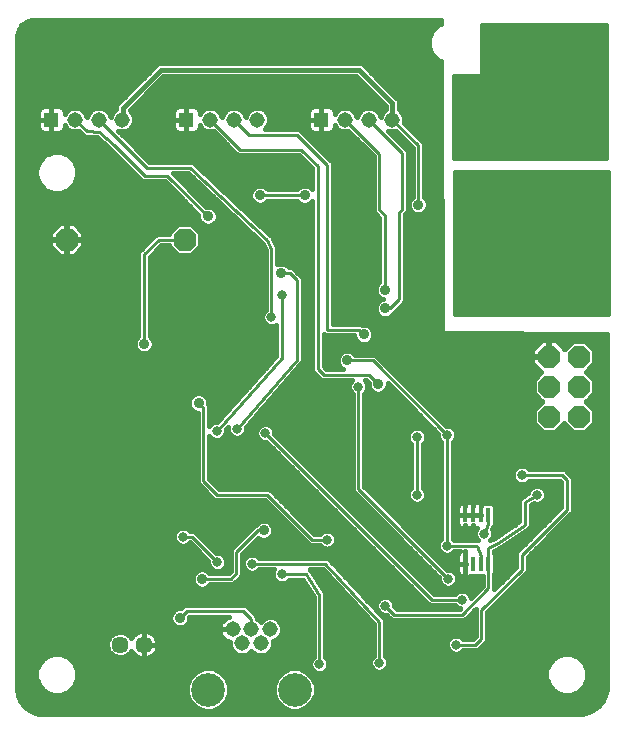
<source format=gbl>
G75*
%MOIN*%
%OFA0B0*%
%FSLAX24Y24*%
%IPPOS*%
%LPD*%
%AMOC8*
5,1,8,0,0,1.08239X$1,22.5*
%
%ADD10C,0.0100*%
%ADD11OC8,0.0760*%
%ADD12OC8,0.0740*%
%ADD13C,0.0515*%
%ADD14C,0.1122*%
%ADD15R,0.0177X0.0512*%
%ADD16R,0.0515X0.0515*%
%ADD17C,0.0570*%
%ADD18C,0.2300*%
%ADD19C,0.0160*%
%ADD20C,0.0317*%
%ADD21C,0.0320*%
%ADD22C,0.0356*%
%ADD23C,0.0157*%
%ADD24C,0.0277*%
D10*
X010924Y008886D02*
X011160Y009122D01*
X013050Y009122D01*
X013318Y008854D01*
X013318Y008508D01*
X012633Y010200D02*
X011687Y010200D01*
X011672Y010185D01*
X012183Y010750D02*
X011333Y011600D01*
X011033Y011600D01*
X012164Y013000D02*
X013833Y013000D01*
X015333Y011500D01*
X015833Y011500D01*
X015783Y010700D02*
X017583Y008750D01*
X017583Y007400D01*
X018083Y009000D02*
X017783Y009300D01*
X018083Y009000D02*
X020333Y009000D01*
X021217Y009884D01*
X021217Y010693D01*
X021217Y011216D01*
X021533Y011400D01*
X022433Y012000D01*
X022433Y012750D01*
X022833Y013000D01*
X022333Y013650D02*
X023683Y013650D01*
X023833Y013500D01*
X023833Y012500D01*
X022333Y011000D01*
X022333Y010500D01*
X020983Y009150D01*
X020983Y008200D01*
X020783Y008000D01*
X020133Y008000D01*
X020333Y009500D02*
X019333Y009500D01*
X013782Y015051D01*
X012833Y015200D02*
X014833Y017500D01*
X014833Y020146D01*
X014597Y020382D01*
X014310Y020382D01*
X013983Y021200D02*
X013983Y018906D01*
X014333Y019663D02*
X014333Y017550D01*
X012155Y015121D01*
X011711Y015894D02*
X011711Y013453D01*
X012164Y013000D01*
X013527Y011804D02*
X013729Y011804D01*
X013527Y011804D02*
X012814Y011091D01*
X012814Y010380D01*
X012633Y010200D01*
X013333Y010700D02*
X015783Y010700D01*
X015133Y010350D02*
X015583Y009650D01*
X015583Y007350D01*
X015133Y010350D02*
X014333Y010350D01*
X016883Y013200D02*
X016883Y016600D01*
X017223Y016996D02*
X017538Y016681D01*
X017223Y016996D02*
X015727Y016996D01*
X015533Y017190D01*
X015533Y023950D01*
X014983Y024500D01*
X012940Y024500D01*
X011940Y025500D01*
X012727Y025500D02*
X013227Y025000D01*
X014833Y025000D01*
X015833Y024000D01*
X015833Y018500D01*
X016900Y018500D01*
X017066Y018335D01*
X017365Y017469D02*
X016514Y017469D01*
X017365Y017469D02*
X019833Y015000D01*
X019833Y011300D01*
X020833Y011300D01*
X020983Y010950D01*
X020983Y010671D01*
X020961Y010693D01*
X021083Y011700D02*
X021217Y012016D01*
X021217Y012307D01*
X018833Y013000D02*
X018833Y014921D01*
X016883Y013200D02*
X019883Y010200D01*
X011711Y015894D02*
X011554Y016051D01*
X009743Y018020D02*
X009743Y021012D01*
X010231Y021500D01*
X011093Y021500D01*
X011869Y022272D02*
X010515Y023625D01*
X009758Y023625D01*
X008740Y024644D01*
X008233Y025100D01*
X007833Y025106D01*
X007440Y025500D01*
X008227Y025500D02*
X008727Y025000D01*
X008833Y024900D01*
X009833Y023900D01*
X011283Y023900D01*
X013833Y021500D01*
X013983Y021200D01*
X013601Y022980D02*
X015097Y022980D01*
X017583Y022500D02*
X017774Y022309D01*
X017774Y019831D01*
X018247Y019516D02*
X017932Y019201D01*
X017774Y019201D01*
X018247Y019516D02*
X018247Y022413D01*
X018333Y022500D01*
X018333Y024394D01*
X017227Y025500D01*
X016440Y025500D02*
X016440Y025494D01*
X017583Y024350D01*
X017583Y022500D01*
X018877Y022665D02*
X018877Y024638D01*
X018014Y025500D01*
X020033Y025496D02*
X025183Y025496D01*
X025183Y025594D02*
X020033Y025594D01*
X020033Y025693D02*
X025183Y025693D01*
X025183Y025791D02*
X020033Y025791D01*
X020033Y025890D02*
X025183Y025890D01*
X025183Y025988D02*
X020033Y025988D01*
X020033Y026087D02*
X025183Y026087D01*
X025183Y026185D02*
X020033Y026185D01*
X020033Y026284D02*
X025183Y026284D01*
X025183Y026382D02*
X020033Y026382D01*
X020033Y026481D02*
X025183Y026481D01*
X025183Y026579D02*
X020033Y026579D01*
X020033Y026678D02*
X025183Y026678D01*
X025183Y026776D02*
X020033Y026776D01*
X020033Y026875D02*
X025183Y026875D01*
X025183Y026973D02*
X020033Y026973D01*
X020033Y027000D02*
X020033Y024200D01*
X025183Y024200D01*
X025183Y028700D01*
X020983Y028700D01*
X020983Y027000D01*
X020033Y027000D01*
X020983Y027072D02*
X025183Y027072D01*
X025183Y027170D02*
X020983Y027170D01*
X020983Y027269D02*
X025183Y027269D01*
X025183Y027367D02*
X020983Y027367D01*
X020983Y027466D02*
X025183Y027466D01*
X025183Y027564D02*
X020983Y027564D01*
X020983Y027663D02*
X025183Y027663D01*
X025183Y027761D02*
X020983Y027761D01*
X020983Y027860D02*
X025183Y027860D01*
X025183Y027958D02*
X020983Y027958D01*
X020983Y028057D02*
X025183Y028057D01*
X025183Y028155D02*
X020983Y028155D01*
X020983Y028254D02*
X025183Y028254D01*
X025183Y028352D02*
X020983Y028352D01*
X020983Y028451D02*
X025183Y028451D01*
X025183Y028549D02*
X020983Y028549D01*
X020983Y028648D02*
X025183Y028648D01*
X025183Y025397D02*
X020033Y025397D01*
X020033Y025299D02*
X025183Y025299D01*
X025183Y025200D02*
X020033Y025200D01*
X020033Y025102D02*
X025183Y025102D01*
X025183Y025003D02*
X020033Y025003D01*
X020033Y024905D02*
X025183Y024905D01*
X025183Y024806D02*
X020033Y024806D01*
X020033Y024708D02*
X025183Y024708D01*
X025183Y024609D02*
X020033Y024609D01*
X020033Y024511D02*
X025183Y024511D01*
X025183Y024412D02*
X020033Y024412D01*
X020033Y024314D02*
X025183Y024314D01*
X025183Y024215D02*
X020033Y024215D01*
X020083Y023800D02*
X020083Y019000D01*
X025233Y019000D01*
X025233Y023800D01*
X020083Y023800D01*
X020083Y023723D02*
X025233Y023723D01*
X025233Y023624D02*
X020083Y023624D01*
X020083Y023526D02*
X025233Y023526D01*
X025233Y023427D02*
X020083Y023427D01*
X020083Y023329D02*
X025233Y023329D01*
X025233Y023230D02*
X020083Y023230D01*
X020083Y023132D02*
X025233Y023132D01*
X025233Y023033D02*
X020083Y023033D01*
X020083Y022935D02*
X025233Y022935D01*
X025233Y022836D02*
X020083Y022836D01*
X020083Y022738D02*
X025233Y022738D01*
X025233Y022639D02*
X020083Y022639D01*
X020083Y022541D02*
X025233Y022541D01*
X025233Y022442D02*
X020083Y022442D01*
X020083Y022344D02*
X025233Y022344D01*
X025233Y022245D02*
X020083Y022245D01*
X020083Y022147D02*
X025233Y022147D01*
X025233Y022048D02*
X020083Y022048D01*
X020083Y021950D02*
X025233Y021950D01*
X025233Y021851D02*
X020083Y021851D01*
X020083Y021753D02*
X025233Y021753D01*
X025233Y021654D02*
X020083Y021654D01*
X020083Y021556D02*
X025233Y021556D01*
X025233Y021457D02*
X020083Y021457D01*
X020083Y021359D02*
X025233Y021359D01*
X025233Y021260D02*
X020083Y021260D01*
X020083Y021162D02*
X025233Y021162D01*
X025233Y021063D02*
X020083Y021063D01*
X020083Y020965D02*
X025233Y020965D01*
X025233Y020866D02*
X020083Y020866D01*
X020083Y020768D02*
X025233Y020768D01*
X025233Y020669D02*
X020083Y020669D01*
X020083Y020571D02*
X025233Y020571D01*
X025233Y020472D02*
X020083Y020472D01*
X020083Y020374D02*
X025233Y020374D01*
X025233Y020275D02*
X020083Y020275D01*
X020083Y020177D02*
X025233Y020177D01*
X025233Y020078D02*
X020083Y020078D01*
X020083Y019980D02*
X025233Y019980D01*
X025233Y019881D02*
X020083Y019881D01*
X020083Y019783D02*
X025233Y019783D01*
X025233Y019684D02*
X020083Y019684D01*
X020083Y019586D02*
X025233Y019586D01*
X025233Y019487D02*
X020083Y019487D01*
X020083Y019389D02*
X025233Y019389D01*
X025233Y019290D02*
X020083Y019290D01*
X020083Y019192D02*
X025233Y019192D01*
X025233Y019093D02*
X020083Y019093D01*
D11*
X011093Y021500D03*
X007156Y021500D03*
D12*
X023233Y017600D03*
X023233Y016600D03*
X023233Y015600D03*
X024233Y015600D03*
X024233Y016600D03*
X024233Y017600D03*
D13*
X018014Y025500D03*
X017227Y025500D03*
X016440Y025500D03*
X013514Y025500D03*
X012727Y025500D03*
X011940Y025500D03*
X009014Y025500D03*
X008227Y025500D03*
X007440Y025500D03*
X012688Y008508D03*
X013003Y008035D03*
X013318Y008508D03*
X013633Y008035D03*
X013948Y008508D03*
D14*
X014755Y006500D03*
X011881Y006500D03*
D15*
X020449Y010693D03*
X020705Y010693D03*
X020961Y010693D03*
X021217Y010693D03*
X021217Y012307D03*
X020961Y012307D03*
X020705Y012307D03*
X020449Y012307D03*
D16*
X015652Y025500D03*
X011152Y025500D03*
X006652Y025500D03*
D17*
X008940Y008000D03*
X009727Y008000D03*
D18*
X023333Y021000D03*
X023333Y027000D03*
D19*
X005961Y005769D02*
X005754Y005920D01*
X005603Y006128D01*
X005523Y006372D01*
X005513Y006500D01*
X005513Y028292D01*
X005520Y028374D01*
X005570Y028530D01*
X005667Y028662D01*
X005800Y028759D01*
X005956Y028810D01*
X006038Y028816D01*
X019624Y028816D01*
X019625Y028684D01*
X019527Y028643D01*
X019336Y028452D01*
X019232Y028202D01*
X019232Y027932D01*
X019336Y027682D01*
X019527Y027490D01*
X019631Y027448D01*
X019673Y018379D01*
X025173Y018351D01*
X025173Y006636D01*
X025162Y006486D01*
X025069Y006202D01*
X024893Y005960D01*
X024651Y005784D01*
X024367Y005692D01*
X024217Y005680D01*
X006333Y005680D01*
X006205Y005690D01*
X005961Y005769D01*
X005896Y005817D02*
X011698Y005817D01*
X011741Y005799D02*
X011483Y005906D01*
X011286Y006103D01*
X011180Y006361D01*
X011180Y006639D01*
X011286Y006897D01*
X011483Y007094D01*
X011741Y007201D01*
X012020Y007201D01*
X012278Y007094D01*
X012475Y006897D01*
X012582Y006639D01*
X012582Y006361D01*
X012475Y006103D01*
X012278Y005906D01*
X012020Y005799D01*
X011741Y005799D01*
X012064Y005817D02*
X014572Y005817D01*
X014615Y005799D02*
X014357Y005906D01*
X014160Y006103D01*
X014054Y006361D01*
X014054Y006639D01*
X014160Y006897D01*
X014357Y007094D01*
X014615Y007201D01*
X014894Y007201D01*
X015152Y007094D01*
X015349Y006897D01*
X015456Y006639D01*
X015456Y006361D01*
X015349Y006103D01*
X015152Y005906D01*
X014894Y005799D01*
X014615Y005799D01*
X014938Y005817D02*
X024697Y005817D01*
X024905Y005976D02*
X015221Y005976D01*
X015362Y006134D02*
X025020Y006134D01*
X025099Y006293D02*
X015427Y006293D01*
X015456Y006451D02*
X023421Y006451D01*
X023448Y006424D02*
X023698Y006320D01*
X023969Y006320D01*
X024219Y006424D01*
X024410Y006615D01*
X024513Y006865D01*
X024513Y007135D01*
X024410Y007385D01*
X024219Y007576D01*
X023969Y007680D01*
X023698Y007680D01*
X023448Y007576D01*
X023257Y007385D01*
X023153Y007135D01*
X023153Y006865D01*
X023257Y006615D01*
X023448Y006424D01*
X023262Y006610D02*
X015456Y006610D01*
X015402Y006768D02*
X023193Y006768D01*
X023153Y006927D02*
X015319Y006927D01*
X015413Y007096D02*
X015524Y007050D01*
X015643Y007050D01*
X015753Y007096D01*
X015838Y007180D01*
X015883Y007290D01*
X015883Y007410D01*
X015838Y007520D01*
X015773Y007584D01*
X015773Y009630D01*
X015786Y009687D01*
X015773Y009706D01*
X015773Y009729D01*
X015732Y009770D01*
X015323Y010406D01*
X015323Y010429D01*
X015282Y010470D01*
X015256Y010510D01*
X015700Y010510D01*
X017393Y008676D01*
X017393Y007634D01*
X017329Y007570D01*
X017283Y007460D01*
X017283Y007340D01*
X017329Y007230D01*
X017413Y007146D01*
X017524Y007100D01*
X017643Y007100D01*
X017753Y007146D01*
X017838Y007230D01*
X017883Y007340D01*
X017883Y007460D01*
X017838Y007570D01*
X017773Y007634D01*
X017773Y008746D01*
X017776Y008821D01*
X017773Y008824D01*
X017773Y008829D01*
X017720Y008882D01*
X015973Y010774D01*
X015973Y010779D01*
X015920Y010832D01*
X015870Y010887D01*
X015865Y010887D01*
X015862Y010890D01*
X015787Y010890D01*
X015712Y010893D01*
X015709Y010890D01*
X013568Y010890D01*
X013503Y010954D01*
X013393Y011000D01*
X013274Y011000D01*
X013163Y010954D01*
X013079Y010870D01*
X013033Y010760D01*
X013033Y010640D01*
X013079Y010530D01*
X013163Y010446D01*
X013274Y010400D01*
X013393Y010400D01*
X013503Y010446D01*
X013568Y010510D01*
X014075Y010510D01*
X014033Y010410D01*
X014033Y010290D01*
X014079Y010180D01*
X014163Y010096D01*
X014274Y010050D01*
X014393Y010050D01*
X014503Y010096D01*
X014568Y010160D01*
X015030Y010160D01*
X015393Y009594D01*
X015393Y007584D01*
X015329Y007520D01*
X015283Y007410D01*
X015283Y007290D01*
X015329Y007180D01*
X015413Y007096D01*
X015439Y007085D02*
X015161Y007085D01*
X015303Y007244D02*
X007468Y007244D01*
X007513Y007135D02*
X007410Y007385D01*
X007219Y007576D01*
X006969Y007680D01*
X006698Y007680D01*
X006448Y007576D01*
X006257Y007385D01*
X006153Y007135D01*
X006153Y006865D01*
X006257Y006615D01*
X006448Y006424D01*
X006698Y006320D01*
X006969Y006320D01*
X007219Y006424D01*
X007410Y006615D01*
X007513Y006865D01*
X007513Y007135D01*
X007513Y007085D02*
X011474Y007085D01*
X011316Y006927D02*
X007513Y006927D01*
X007473Y006768D02*
X011233Y006768D01*
X011180Y006610D02*
X007404Y006610D01*
X007246Y006451D02*
X011180Y006451D01*
X011208Y006293D02*
X005549Y006293D01*
X005517Y006451D02*
X006421Y006451D01*
X006262Y006610D02*
X005513Y006610D01*
X005513Y006768D02*
X006193Y006768D01*
X006153Y006927D02*
X005513Y006927D01*
X005513Y007085D02*
X006153Y007085D01*
X006198Y007244D02*
X005513Y007244D01*
X005513Y007402D02*
X006274Y007402D01*
X006432Y007561D02*
X005513Y007561D01*
X005513Y007719D02*
X008620Y007719D01*
X008579Y007759D02*
X008699Y007640D01*
X008855Y007575D01*
X009024Y007575D01*
X009180Y007640D01*
X009300Y007759D01*
X009312Y007789D01*
X009329Y007756D01*
X009372Y007697D01*
X009424Y007645D01*
X009483Y007602D01*
X009549Y007569D01*
X009618Y007546D01*
X009690Y007535D01*
X009727Y007535D01*
X009727Y008000D01*
X009727Y008000D01*
X009727Y008465D01*
X009690Y008465D01*
X009618Y008454D01*
X009549Y008431D01*
X009483Y008398D01*
X009424Y008355D01*
X009372Y008303D01*
X009329Y008244D01*
X009312Y008211D01*
X009300Y008241D01*
X009180Y008360D01*
X009024Y008425D01*
X008855Y008425D01*
X008699Y008360D01*
X008579Y008241D01*
X008515Y008085D01*
X008515Y007915D01*
X008579Y007759D01*
X008530Y007878D02*
X005513Y007878D01*
X005513Y008036D02*
X008515Y008036D01*
X008560Y008195D02*
X005513Y008195D01*
X005513Y008353D02*
X008692Y008353D01*
X009188Y008353D02*
X009422Y008353D01*
X009727Y008353D02*
X009727Y008353D01*
X009727Y008465D02*
X009727Y008000D01*
X009727Y008000D01*
X009727Y007535D01*
X009764Y007535D01*
X009836Y007546D01*
X009906Y007569D01*
X009971Y007602D01*
X010030Y007645D01*
X010082Y007697D01*
X010125Y007756D01*
X010158Y007822D01*
X010181Y007891D01*
X010192Y007963D01*
X010192Y008000D01*
X010192Y008037D01*
X010181Y008109D01*
X010158Y008178D01*
X010125Y008244D01*
X010082Y008303D01*
X010030Y008355D01*
X009971Y008398D01*
X009906Y008431D01*
X009836Y008454D01*
X009764Y008465D01*
X009727Y008465D01*
X009727Y008195D02*
X009727Y008195D01*
X009727Y008036D02*
X009727Y008036D01*
X009727Y008000D02*
X010192Y008000D01*
X009727Y008000D01*
X009727Y008000D01*
X009727Y007878D02*
X009727Y007878D01*
X009727Y007719D02*
X009727Y007719D01*
X009727Y007561D02*
X009727Y007561D01*
X009575Y007561D02*
X007234Y007561D01*
X007393Y007402D02*
X015283Y007402D01*
X015370Y007561D02*
X009879Y007561D01*
X010098Y007719D02*
X012757Y007719D01*
X012777Y007698D02*
X012924Y007638D01*
X013082Y007638D01*
X013228Y007698D01*
X013318Y007788D01*
X013407Y007698D01*
X013553Y007638D01*
X013712Y007638D01*
X013858Y007698D01*
X013970Y007810D01*
X014030Y007956D01*
X014030Y008112D01*
X014173Y008171D01*
X014284Y008283D01*
X014345Y008429D01*
X014345Y008587D01*
X014284Y008733D01*
X014173Y008845D01*
X014027Y008905D01*
X013868Y008905D01*
X013722Y008845D01*
X013633Y008755D01*
X013543Y008845D01*
X013508Y008859D01*
X013508Y008933D01*
X013396Y009044D01*
X013129Y009312D01*
X011081Y009312D01*
X010973Y009204D01*
X010861Y009204D01*
X010744Y009156D01*
X010654Y009066D01*
X010606Y008949D01*
X010606Y008823D01*
X010654Y008706D01*
X010744Y008616D01*
X010861Y008568D01*
X010987Y008568D01*
X011104Y008616D01*
X011194Y008706D01*
X011242Y008823D01*
X011242Y008932D01*
X012577Y008932D01*
X012520Y008913D01*
X012458Y008882D01*
X012403Y008842D01*
X012354Y008793D01*
X012313Y008737D01*
X012282Y008676D01*
X012261Y008610D01*
X012250Y008542D01*
X012250Y008508D01*
X012688Y008508D01*
X012688Y008508D01*
X012250Y008508D01*
X012250Y008473D01*
X012261Y008405D01*
X012282Y008340D01*
X012313Y008279D01*
X012354Y008223D01*
X012403Y008174D01*
X012458Y008134D01*
X012520Y008102D01*
X012585Y008081D01*
X012605Y008078D01*
X012605Y007956D01*
X012666Y007810D01*
X012777Y007698D01*
X012638Y007878D02*
X010176Y007878D01*
X010192Y008036D02*
X012605Y008036D01*
X012382Y008195D02*
X010150Y008195D01*
X010032Y008353D02*
X012278Y008353D01*
X012250Y008512D02*
X005513Y008512D01*
X005513Y008670D02*
X010690Y008670D01*
X010606Y008829D02*
X005513Y008829D01*
X005513Y008987D02*
X010621Y008987D01*
X010734Y009146D02*
X005513Y009146D01*
X005513Y009304D02*
X011073Y009304D01*
X011242Y008829D02*
X012390Y008829D01*
X012280Y008670D02*
X011158Y008670D01*
X011609Y009867D02*
X011735Y009867D01*
X011852Y009915D01*
X011942Y010005D01*
X011944Y010010D01*
X012712Y010010D01*
X012892Y010190D01*
X013004Y010302D01*
X013004Y011012D01*
X013538Y011546D01*
X013549Y011535D01*
X013666Y011486D01*
X013792Y011486D01*
X013909Y011535D01*
X013999Y011624D01*
X014047Y011741D01*
X014047Y011868D01*
X013999Y011985D01*
X013909Y012074D01*
X013792Y012122D01*
X013666Y012122D01*
X013549Y012074D01*
X013469Y011994D01*
X013449Y011994D01*
X013337Y011883D01*
X012624Y011169D01*
X012624Y010459D01*
X012555Y010390D01*
X011917Y010390D01*
X011852Y010455D01*
X011735Y010503D01*
X011609Y010503D01*
X011492Y010455D01*
X011402Y010365D01*
X011354Y010248D01*
X011354Y010122D01*
X011402Y010005D01*
X011492Y009915D01*
X011609Y009867D01*
X011469Y009938D02*
X005513Y009938D01*
X005513Y009780D02*
X015274Y009780D01*
X015172Y009938D02*
X011875Y009938D01*
X011893Y010414D02*
X012578Y010414D01*
X012624Y010572D02*
X012430Y010572D01*
X012438Y010580D02*
X012483Y010690D01*
X012483Y010810D01*
X012438Y010920D01*
X012353Y011004D01*
X012243Y011050D01*
X012152Y011050D01*
X011412Y011790D01*
X011268Y011790D01*
X011203Y011854D01*
X011093Y011900D01*
X010974Y011900D01*
X010863Y011854D01*
X010779Y011770D01*
X010733Y011660D01*
X010733Y011540D01*
X010779Y011430D01*
X010863Y011346D01*
X010974Y011300D01*
X011093Y011300D01*
X011203Y011346D01*
X011261Y011404D01*
X011883Y010781D01*
X011883Y010690D01*
X011929Y010580D01*
X012013Y010496D01*
X012124Y010450D01*
X012243Y010450D01*
X012353Y010496D01*
X012438Y010580D01*
X012483Y010731D02*
X012624Y010731D01*
X012624Y010889D02*
X012450Y010889D01*
X012624Y011048D02*
X012249Y011048D01*
X011996Y011206D02*
X012660Y011206D01*
X012819Y011365D02*
X011838Y011365D01*
X011679Y011523D02*
X012977Y011523D01*
X013136Y011682D02*
X011521Y011682D01*
X011218Y011840D02*
X013294Y011840D01*
X013473Y011999D02*
X005513Y011999D01*
X005513Y012157D02*
X014408Y012157D01*
X014566Y011999D02*
X013985Y011999D01*
X014047Y011840D02*
X014725Y011840D01*
X014883Y011682D02*
X014022Y011682D01*
X013881Y011523D02*
X015042Y011523D01*
X015200Y011365D02*
X013356Y011365D01*
X013515Y011523D02*
X013577Y011523D01*
X013198Y011206D02*
X015759Y011206D01*
X015774Y011200D02*
X015893Y011200D01*
X016003Y011246D01*
X016088Y011330D01*
X016133Y011440D01*
X016133Y011560D01*
X016088Y011670D01*
X016003Y011754D01*
X015893Y011800D01*
X015774Y011800D01*
X015663Y011754D01*
X015599Y011690D01*
X015412Y011690D01*
X014023Y013079D01*
X013912Y013190D01*
X012243Y013190D01*
X011901Y013531D01*
X011901Y014950D01*
X011985Y014867D01*
X012095Y014821D01*
X012214Y014821D01*
X012325Y014867D01*
X012409Y014951D01*
X012455Y015062D01*
X012455Y015171D01*
X012533Y015259D01*
X012533Y015140D01*
X012579Y015030D01*
X012663Y014946D01*
X012774Y014900D01*
X012893Y014900D01*
X013003Y014946D01*
X013088Y015030D01*
X013133Y015140D01*
X013133Y015255D01*
X014972Y017370D01*
X015023Y017421D01*
X015023Y017429D01*
X015028Y017435D01*
X015023Y017507D01*
X015023Y020224D01*
X014676Y020572D01*
X014570Y020572D01*
X014490Y020652D01*
X014373Y020700D01*
X014246Y020700D01*
X014173Y020670D01*
X014173Y021169D01*
X014188Y021215D01*
X014173Y021245D01*
X014173Y021279D01*
X014139Y021313D01*
X014022Y021548D01*
X014021Y021584D01*
X013988Y021615D01*
X013968Y021655D01*
X013933Y021667D01*
X015343Y021667D01*
X015343Y021509D02*
X014041Y021509D01*
X014121Y021350D02*
X015343Y021350D01*
X015343Y021192D02*
X014181Y021192D01*
X014173Y021033D02*
X015343Y021033D01*
X015343Y020875D02*
X014173Y020875D01*
X014173Y020716D02*
X015343Y020716D01*
X015343Y020558D02*
X014690Y020558D01*
X014849Y020399D02*
X015343Y020399D01*
X015343Y020241D02*
X015007Y020241D01*
X015023Y020082D02*
X015343Y020082D01*
X015343Y019924D02*
X015023Y019924D01*
X015023Y019765D02*
X015343Y019765D01*
X015343Y019607D02*
X015023Y019607D01*
X015023Y019448D02*
X015343Y019448D01*
X015343Y019290D02*
X015023Y019290D01*
X015023Y019131D02*
X015343Y019131D01*
X015343Y018973D02*
X015023Y018973D01*
X015023Y018814D02*
X015343Y018814D01*
X015343Y018656D02*
X015023Y018656D01*
X015023Y018497D02*
X015343Y018497D01*
X015343Y018339D02*
X015023Y018339D01*
X015023Y018180D02*
X015343Y018180D01*
X015343Y018022D02*
X015023Y018022D01*
X015023Y017863D02*
X015343Y017863D01*
X015343Y017705D02*
X015023Y017705D01*
X015023Y017546D02*
X015343Y017546D01*
X015343Y017388D02*
X014990Y017388D01*
X014849Y017229D02*
X015343Y017229D01*
X015343Y017111D02*
X015537Y016917D01*
X015648Y016806D01*
X016665Y016806D01*
X016629Y016770D01*
X016583Y016660D01*
X016583Y016540D01*
X016629Y016430D01*
X016693Y016366D01*
X016693Y013121D01*
X016805Y013010D01*
X019583Y010231D01*
X019583Y010140D01*
X019629Y010030D01*
X019713Y009946D01*
X019824Y009900D01*
X019943Y009900D01*
X020053Y009946D01*
X020138Y010030D01*
X020183Y010140D01*
X020183Y010260D01*
X020138Y010370D01*
X020053Y010454D01*
X019943Y010500D01*
X019852Y010500D01*
X017073Y013279D01*
X017073Y016366D01*
X017138Y016430D01*
X017183Y016540D01*
X017183Y016660D01*
X017138Y016770D01*
X017102Y016806D01*
X017144Y016806D01*
X017220Y016731D01*
X017220Y016618D01*
X017268Y016501D01*
X017358Y016411D01*
X017475Y016363D01*
X017601Y016363D01*
X017718Y016411D01*
X017808Y016501D01*
X017856Y016618D01*
X017856Y016708D01*
X019533Y015031D01*
X019533Y014940D01*
X019579Y014830D01*
X019643Y014766D01*
X019643Y011534D01*
X019579Y011470D01*
X019533Y011360D01*
X019533Y011240D01*
X019579Y011130D01*
X019663Y011046D01*
X019774Y011000D01*
X019893Y011000D01*
X020003Y011046D01*
X020068Y011110D01*
X020280Y011110D01*
X020250Y011093D01*
X020217Y011059D01*
X020193Y011018D01*
X020181Y010973D01*
X020181Y010693D01*
X020449Y010693D01*
X020449Y010693D01*
X020181Y010693D01*
X020181Y010413D01*
X020193Y010368D01*
X020217Y010326D01*
X020250Y010293D01*
X020291Y010269D01*
X020337Y010257D01*
X020449Y010257D01*
X020449Y010693D01*
X020449Y011110D01*
X020449Y011110D01*
X020449Y010693D01*
X020449Y010693D01*
X020449Y010693D01*
X020449Y010257D01*
X020562Y010257D01*
X020608Y010269D01*
X020649Y010293D01*
X020653Y010297D01*
X021027Y010297D01*
X021027Y009963D01*
X020631Y009566D01*
X020588Y009670D01*
X020503Y009754D01*
X020393Y009800D01*
X020274Y009800D01*
X020163Y009754D01*
X020099Y009690D01*
X019412Y009690D01*
X014082Y015020D01*
X014082Y015111D01*
X014036Y015221D01*
X013952Y015306D01*
X013842Y015351D01*
X013722Y015351D01*
X013612Y015306D01*
X013528Y015221D01*
X013482Y015111D01*
X013482Y014992D01*
X013528Y014881D01*
X013612Y014797D01*
X013722Y014751D01*
X013813Y014751D01*
X019143Y009421D01*
X019255Y009310D01*
X020099Y009310D01*
X020163Y009246D01*
X020267Y009203D01*
X020255Y009190D01*
X018162Y009190D01*
X018083Y009269D01*
X018083Y009360D01*
X018038Y009470D01*
X017953Y009554D01*
X017843Y009600D01*
X017724Y009600D01*
X017613Y009554D01*
X017529Y009470D01*
X017483Y009360D01*
X017483Y009240D01*
X017529Y009130D01*
X017613Y009046D01*
X017724Y009000D01*
X017815Y009000D01*
X018005Y008810D01*
X020412Y008810D01*
X020523Y008921D01*
X020793Y009191D01*
X020793Y008279D01*
X020705Y008190D01*
X020368Y008190D01*
X020303Y008254D01*
X020193Y008300D01*
X020074Y008300D01*
X019963Y008254D01*
X019879Y008170D01*
X019833Y008060D01*
X019833Y007940D01*
X019879Y007830D01*
X019963Y007746D01*
X020074Y007700D01*
X020193Y007700D01*
X020303Y007746D01*
X020368Y007810D01*
X020862Y007810D01*
X021062Y008010D01*
X021173Y008121D01*
X021173Y009071D01*
X022412Y010310D01*
X022523Y010421D01*
X022523Y010921D01*
X023912Y012310D01*
X024023Y012421D01*
X024023Y013579D01*
X023873Y013729D01*
X023762Y013840D01*
X022568Y013840D01*
X022503Y013904D01*
X022393Y013950D01*
X022274Y013950D01*
X022163Y013904D01*
X022079Y013820D01*
X022033Y013710D01*
X022033Y013590D01*
X022079Y013480D01*
X022163Y013396D01*
X022274Y013350D01*
X022393Y013350D01*
X022503Y013396D01*
X022568Y013460D01*
X023605Y013460D01*
X023643Y013421D01*
X023643Y012579D01*
X022143Y011079D01*
X022143Y010579D01*
X021407Y009843D01*
X021407Y010340D01*
X021446Y010379D01*
X021446Y011007D01*
X021407Y011045D01*
X021407Y011107D01*
X021567Y011200D01*
X021573Y011198D01*
X021634Y011239D01*
X021697Y011275D01*
X021699Y011282D01*
X022491Y011810D01*
X022512Y011810D01*
X022554Y011852D01*
X022604Y011886D01*
X022608Y011906D01*
X022623Y011921D01*
X022623Y011981D01*
X022635Y012040D01*
X022623Y012058D01*
X022623Y012645D01*
X022736Y012715D01*
X022774Y012700D01*
X022893Y012700D01*
X023003Y012746D01*
X023088Y012830D01*
X023133Y012940D01*
X023133Y013060D01*
X023088Y013170D01*
X023003Y013254D01*
X022893Y013300D01*
X022774Y013300D01*
X022663Y013254D01*
X022579Y013170D01*
X022533Y013060D01*
X022533Y013037D01*
X022379Y012940D01*
X022355Y012940D01*
X022314Y012900D01*
X022266Y012869D01*
X022260Y012846D01*
X022243Y012829D01*
X022243Y012772D01*
X022231Y012716D01*
X022243Y012696D01*
X022243Y012102D01*
X021433Y011561D01*
X021280Y011473D01*
X021338Y011530D01*
X021383Y011640D01*
X021383Y011760D01*
X021350Y011841D01*
X021378Y011908D01*
X021407Y011937D01*
X021407Y011955D01*
X021446Y011993D01*
X021446Y012621D01*
X021364Y012703D01*
X021164Y012703D01*
X021160Y012707D01*
X021119Y012731D01*
X021074Y012743D01*
X020961Y012743D01*
X020849Y012743D01*
X020833Y012739D01*
X020818Y012743D01*
X020705Y012743D01*
X020593Y012743D01*
X020577Y012739D01*
X020562Y012743D01*
X020449Y012743D01*
X020337Y012743D01*
X020291Y012731D01*
X020250Y012707D01*
X020217Y012674D01*
X020193Y012632D01*
X020181Y012587D01*
X020181Y012307D01*
X020181Y012027D01*
X020193Y011982D01*
X020217Y011941D01*
X020250Y011907D01*
X020291Y011883D01*
X020337Y011871D01*
X020449Y011871D01*
X020449Y011981D01*
X020449Y011981D01*
X020449Y011871D01*
X020562Y011871D01*
X020577Y011875D01*
X020593Y011871D01*
X020705Y011871D01*
X020705Y011981D01*
X020705Y011981D01*
X020705Y011981D01*
X020705Y011871D01*
X020818Y011871D01*
X020833Y011875D01*
X020834Y011875D01*
X020829Y011870D01*
X020783Y011760D01*
X020783Y011640D01*
X020829Y011530D01*
X020869Y011491D01*
X020831Y011506D01*
X020794Y011490D01*
X020068Y011490D01*
X020023Y011534D01*
X020023Y014766D01*
X020088Y014830D01*
X020133Y014940D01*
X020133Y015060D01*
X020088Y015170D01*
X020003Y015254D01*
X019893Y015300D01*
X019802Y015300D01*
X017444Y017659D01*
X016774Y017659D01*
X016695Y017738D01*
X016578Y017787D01*
X016451Y017787D01*
X016334Y017738D01*
X016245Y017649D01*
X016196Y017532D01*
X016196Y017405D01*
X016245Y017288D01*
X016334Y017199D01*
X016365Y017186D01*
X015806Y017186D01*
X015723Y017268D01*
X015723Y018341D01*
X015755Y018310D01*
X016748Y018310D01*
X016748Y018271D01*
X016796Y018154D01*
X016885Y018065D01*
X017002Y018017D01*
X017129Y018017D01*
X017246Y018065D01*
X017335Y018154D01*
X017384Y018271D01*
X017384Y018398D01*
X017335Y018515D01*
X017246Y018604D01*
X017129Y018653D01*
X017016Y018653D01*
X016979Y018690D01*
X016023Y018690D01*
X016023Y024079D01*
X015912Y024190D01*
X014912Y025190D01*
X013767Y025190D01*
X013851Y025275D01*
X013912Y025421D01*
X013912Y025579D01*
X013851Y025725D01*
X013740Y025837D01*
X013593Y025897D01*
X013435Y025897D01*
X013289Y025837D01*
X013177Y025725D01*
X013121Y025588D01*
X013064Y025725D01*
X012952Y025837D01*
X012806Y025897D01*
X012648Y025897D01*
X012502Y025837D01*
X012390Y025725D01*
X012333Y025588D01*
X012277Y025725D01*
X012165Y025837D01*
X012019Y025897D01*
X011861Y025897D01*
X011714Y025837D01*
X011603Y025725D01*
X011590Y025694D01*
X011590Y025781D01*
X011577Y025827D01*
X011554Y025868D01*
X011520Y025902D01*
X011479Y025925D01*
X011433Y025937D01*
X011152Y025937D01*
X010871Y025937D01*
X010825Y025925D01*
X010784Y025902D01*
X010751Y025868D01*
X010727Y025827D01*
X010715Y025781D01*
X010715Y025500D01*
X010715Y025219D01*
X010727Y025173D01*
X010751Y025132D01*
X010784Y025098D01*
X010825Y025075D01*
X010871Y025063D01*
X011152Y025063D01*
X011152Y025500D01*
X010715Y025500D01*
X011152Y025500D01*
X011152Y025500D01*
X011152Y025500D01*
X011152Y025937D01*
X011152Y025500D01*
X011152Y025500D01*
X011152Y025063D01*
X011433Y025063D01*
X011479Y025075D01*
X011520Y025098D01*
X011554Y025132D01*
X011577Y025173D01*
X011590Y025219D01*
X011590Y025306D01*
X011603Y025275D01*
X011714Y025163D01*
X011861Y025103D01*
X012019Y025103D01*
X012054Y025117D01*
X012750Y024421D01*
X012861Y024310D01*
X014905Y024310D01*
X015343Y023871D01*
X015343Y023184D01*
X015277Y023250D01*
X015160Y023298D01*
X015034Y023298D01*
X014917Y023250D01*
X014837Y023170D01*
X013861Y023170D01*
X013781Y023250D01*
X013664Y023298D01*
X013538Y023298D01*
X013421Y023250D01*
X013331Y023161D01*
X013283Y023044D01*
X013283Y022917D01*
X013331Y022800D01*
X013421Y022711D01*
X013538Y022662D01*
X013664Y022662D01*
X013781Y022711D01*
X013861Y022790D01*
X014837Y022790D01*
X014917Y022711D01*
X015034Y022662D01*
X015160Y022662D01*
X015277Y022711D01*
X015343Y022777D01*
X015343Y017111D01*
X015384Y017071D02*
X014712Y017071D01*
X014574Y016912D02*
X015542Y016912D01*
X015763Y017229D02*
X016304Y017229D01*
X016204Y017388D02*
X015723Y017388D01*
X015723Y017546D02*
X016202Y017546D01*
X016301Y017705D02*
X015723Y017705D01*
X015723Y017863D02*
X022719Y017863D01*
X022683Y017828D02*
X022683Y017620D01*
X023213Y017620D01*
X023213Y017580D01*
X022683Y017580D01*
X022683Y017372D01*
X022984Y017072D01*
X022723Y016811D01*
X022723Y016389D01*
X023012Y016100D01*
X022723Y015811D01*
X022723Y015389D01*
X023022Y015090D01*
X023445Y015090D01*
X023733Y015379D01*
X024022Y015090D01*
X024445Y015090D01*
X024743Y015389D01*
X024743Y015811D01*
X024455Y016100D01*
X024743Y016389D01*
X024743Y016811D01*
X024455Y017100D01*
X024743Y017389D01*
X024743Y017811D01*
X024445Y018110D01*
X024022Y018110D01*
X023762Y017850D01*
X023461Y018150D01*
X023253Y018150D01*
X023253Y017620D01*
X023213Y017620D01*
X023213Y018150D01*
X023006Y018150D01*
X022683Y017828D01*
X022683Y017705D02*
X016728Y017705D01*
X016990Y018022D02*
X015723Y018022D01*
X015723Y018180D02*
X016785Y018180D01*
X017141Y018022D02*
X022877Y018022D01*
X023213Y018022D02*
X023253Y018022D01*
X023253Y017863D02*
X023213Y017863D01*
X023213Y017705D02*
X023253Y017705D01*
X023590Y018022D02*
X023934Y018022D01*
X023775Y017863D02*
X023748Y017863D01*
X024533Y018022D02*
X025173Y018022D01*
X025173Y018180D02*
X017346Y018180D01*
X017384Y018339D02*
X025173Y018339D01*
X025173Y017863D02*
X024692Y017863D01*
X024743Y017705D02*
X025173Y017705D01*
X025173Y017546D02*
X024743Y017546D01*
X024742Y017388D02*
X025173Y017388D01*
X025173Y017229D02*
X024584Y017229D01*
X024484Y017071D02*
X025173Y017071D01*
X025173Y016912D02*
X024643Y016912D01*
X024743Y016754D02*
X025173Y016754D01*
X025173Y016595D02*
X024743Y016595D01*
X024743Y016437D02*
X025173Y016437D01*
X025173Y016278D02*
X024633Y016278D01*
X024474Y016120D02*
X025173Y016120D01*
X025173Y015961D02*
X024594Y015961D01*
X024743Y015803D02*
X025173Y015803D01*
X025173Y015644D02*
X024743Y015644D01*
X024743Y015486D02*
X025173Y015486D01*
X025173Y015327D02*
X024682Y015327D01*
X024523Y015169D02*
X025173Y015169D01*
X025173Y015010D02*
X020133Y015010D01*
X020097Y014852D02*
X025173Y014852D01*
X025173Y014693D02*
X020023Y014693D01*
X020023Y014535D02*
X025173Y014535D01*
X025173Y014376D02*
X020023Y014376D01*
X020023Y014218D02*
X025173Y014218D01*
X025173Y014059D02*
X020023Y014059D01*
X020023Y013901D02*
X022160Y013901D01*
X022047Y013742D02*
X020023Y013742D01*
X020023Y013584D02*
X022036Y013584D01*
X022134Y013425D02*
X020023Y013425D01*
X020023Y013267D02*
X022693Y013267D01*
X022553Y013108D02*
X020023Y013108D01*
X020023Y012950D02*
X022394Y012950D01*
X022243Y012791D02*
X020023Y012791D01*
X020023Y012633D02*
X020193Y012633D01*
X020181Y012474D02*
X020023Y012474D01*
X020023Y012316D02*
X020181Y012316D01*
X020181Y012307D02*
X020449Y012307D01*
X020181Y012307D01*
X020181Y012157D02*
X020023Y012157D01*
X020023Y011999D02*
X020189Y011999D01*
X020023Y011840D02*
X020817Y011840D01*
X020783Y011682D02*
X020023Y011682D01*
X020035Y011523D02*
X020836Y011523D01*
X020449Y011048D02*
X020449Y011048D01*
X020449Y010889D02*
X020449Y010889D01*
X020449Y010731D02*
X020449Y010731D01*
X020449Y010693D02*
X020477Y010693D01*
X020477Y010693D01*
X020449Y010693D01*
X020449Y010693D01*
X020449Y010572D02*
X020449Y010572D01*
X020449Y010414D02*
X020449Y010414D01*
X020181Y010414D02*
X020094Y010414D01*
X020181Y010572D02*
X019780Y010572D01*
X019622Y010731D02*
X020181Y010731D01*
X020181Y010889D02*
X019463Y010889D01*
X019305Y011048D02*
X019662Y011048D01*
X019548Y011206D02*
X019146Y011206D01*
X018988Y011365D02*
X019535Y011365D01*
X019632Y011523D02*
X018829Y011523D01*
X018671Y011682D02*
X019643Y011682D01*
X019643Y011840D02*
X018512Y011840D01*
X018354Y011999D02*
X019643Y011999D01*
X019643Y012157D02*
X018195Y012157D01*
X018037Y012316D02*
X019643Y012316D01*
X019643Y012474D02*
X017878Y012474D01*
X017720Y012633D02*
X019643Y012633D01*
X019643Y012791D02*
X019049Y012791D01*
X019088Y012830D02*
X019133Y012940D01*
X019133Y013060D01*
X019088Y013170D01*
X019023Y013234D01*
X019023Y014687D01*
X019088Y014751D01*
X019133Y014862D01*
X019133Y014981D01*
X019088Y015091D01*
X019003Y015176D01*
X018893Y015221D01*
X018774Y015221D01*
X018663Y015176D01*
X018579Y015091D01*
X018533Y014981D01*
X018533Y014862D01*
X018579Y014751D01*
X018643Y014687D01*
X018643Y013234D01*
X018579Y013170D01*
X018533Y013060D01*
X018533Y012940D01*
X018579Y012830D01*
X018663Y012746D01*
X018774Y012700D01*
X018893Y012700D01*
X019003Y012746D01*
X019088Y012830D01*
X019133Y012950D02*
X019643Y012950D01*
X019643Y013108D02*
X019113Y013108D01*
X019023Y013267D02*
X019643Y013267D01*
X019643Y013425D02*
X019023Y013425D01*
X019023Y013584D02*
X019643Y013584D01*
X019643Y013742D02*
X019023Y013742D01*
X019023Y013901D02*
X019643Y013901D01*
X019643Y014059D02*
X019023Y014059D01*
X019023Y014218D02*
X019643Y014218D01*
X019643Y014376D02*
X019023Y014376D01*
X019023Y014535D02*
X019643Y014535D01*
X019643Y014693D02*
X019029Y014693D01*
X019129Y014852D02*
X019570Y014852D01*
X019533Y015010D02*
X019121Y015010D01*
X019010Y015169D02*
X019396Y015169D01*
X019238Y015327D02*
X017073Y015327D01*
X017073Y015169D02*
X018656Y015169D01*
X018545Y015010D02*
X017073Y015010D01*
X017073Y014852D02*
X018538Y014852D01*
X018637Y014693D02*
X017073Y014693D01*
X017073Y014535D02*
X018643Y014535D01*
X018643Y014376D02*
X017073Y014376D01*
X017073Y014218D02*
X018643Y014218D01*
X018643Y014059D02*
X017073Y014059D01*
X017073Y013901D02*
X018643Y013901D01*
X018643Y013742D02*
X017073Y013742D01*
X017073Y013584D02*
X018643Y013584D01*
X018643Y013425D02*
X017073Y013425D01*
X017086Y013267D02*
X018643Y013267D01*
X018553Y013108D02*
X017244Y013108D01*
X017403Y012950D02*
X018533Y012950D01*
X018618Y012791D02*
X017561Y012791D01*
X017341Y012474D02*
X016628Y012474D01*
X016470Y012633D02*
X017182Y012633D01*
X017024Y012791D02*
X016311Y012791D01*
X016153Y012950D02*
X016865Y012950D01*
X016707Y013108D02*
X015994Y013108D01*
X015836Y013267D02*
X016693Y013267D01*
X016693Y013425D02*
X015677Y013425D01*
X015519Y013584D02*
X016693Y013584D01*
X016693Y013742D02*
X015360Y013742D01*
X015202Y013901D02*
X016693Y013901D01*
X016693Y014059D02*
X015043Y014059D01*
X014885Y014218D02*
X016693Y014218D01*
X016693Y014376D02*
X014726Y014376D01*
X014568Y014535D02*
X016693Y014535D01*
X016693Y014693D02*
X014409Y014693D01*
X014251Y014852D02*
X016693Y014852D01*
X016693Y015010D02*
X014092Y015010D01*
X014058Y015169D02*
X016693Y015169D01*
X016693Y015327D02*
X013900Y015327D01*
X013664Y015327D02*
X013196Y015327D01*
X013133Y015169D02*
X013506Y015169D01*
X013482Y015010D02*
X013068Y015010D01*
X012599Y015010D02*
X012433Y015010D01*
X012455Y015169D02*
X012533Y015169D01*
X012287Y014852D02*
X013558Y014852D01*
X013872Y014693D02*
X011901Y014693D01*
X011901Y014535D02*
X014030Y014535D01*
X014189Y014376D02*
X011901Y014376D01*
X011901Y014218D02*
X014347Y014218D01*
X014506Y014059D02*
X011901Y014059D01*
X011901Y013901D02*
X014664Y013901D01*
X014823Y013742D02*
X011901Y013742D01*
X011901Y013584D02*
X014981Y013584D01*
X015140Y013425D02*
X012008Y013425D01*
X012166Y013267D02*
X015298Y013267D01*
X015457Y013108D02*
X013994Y013108D01*
X014023Y013079D02*
X014023Y013079D01*
X014153Y012950D02*
X015615Y012950D01*
X015774Y012791D02*
X014311Y012791D01*
X014470Y012633D02*
X015932Y012633D01*
X016091Y012474D02*
X014628Y012474D01*
X014787Y012316D02*
X016249Y012316D01*
X016408Y012157D02*
X014945Y012157D01*
X015104Y011999D02*
X016566Y011999D01*
X016725Y011840D02*
X015262Y011840D01*
X015255Y011310D02*
X015599Y011310D01*
X015663Y011246D01*
X015774Y011200D01*
X015908Y011206D02*
X017359Y011206D01*
X017517Y011048D02*
X013039Y011048D01*
X013004Y010889D02*
X013098Y010889D01*
X013033Y010731D02*
X013004Y010731D01*
X013004Y010572D02*
X013062Y010572D01*
X013004Y010414D02*
X013241Y010414D01*
X013426Y010414D02*
X014035Y010414D01*
X014048Y010255D02*
X012957Y010255D01*
X012799Y010097D02*
X014163Y010097D01*
X014504Y010097D02*
X015070Y010097D01*
X015420Y010255D02*
X015936Y010255D01*
X016082Y010097D02*
X015522Y010097D01*
X015624Y009938D02*
X016228Y009938D01*
X016374Y009780D02*
X015726Y009780D01*
X015773Y009621D02*
X016521Y009621D01*
X016667Y009463D02*
X015773Y009463D01*
X015773Y009304D02*
X016813Y009304D01*
X016960Y009146D02*
X015773Y009146D01*
X015773Y008987D02*
X017106Y008987D01*
X017252Y008829D02*
X015773Y008829D01*
X015773Y008670D02*
X017393Y008670D01*
X017393Y008512D02*
X015773Y008512D01*
X015773Y008353D02*
X017393Y008353D01*
X017393Y008195D02*
X015773Y008195D01*
X015773Y008036D02*
X017393Y008036D01*
X017393Y007878D02*
X015773Y007878D01*
X015773Y007719D02*
X017393Y007719D01*
X017325Y007561D02*
X015797Y007561D01*
X015883Y007402D02*
X017283Y007402D01*
X017323Y007244D02*
X015864Y007244D01*
X015728Y007085D02*
X023153Y007085D01*
X023198Y007244D02*
X017843Y007244D01*
X017883Y007402D02*
X023274Y007402D01*
X023432Y007561D02*
X017842Y007561D01*
X017773Y007719D02*
X020028Y007719D01*
X020239Y007719D02*
X025173Y007719D01*
X025173Y007561D02*
X024234Y007561D01*
X024393Y007402D02*
X025173Y007402D01*
X025173Y007244D02*
X024468Y007244D01*
X024513Y007085D02*
X025173Y007085D01*
X025173Y006927D02*
X024513Y006927D01*
X024473Y006768D02*
X025173Y006768D01*
X025171Y006610D02*
X024404Y006610D01*
X024246Y006451D02*
X025150Y006451D01*
X025173Y007878D02*
X020930Y007878D01*
X021088Y008036D02*
X025173Y008036D01*
X025173Y008195D02*
X021173Y008195D01*
X021173Y008353D02*
X025173Y008353D01*
X025173Y008512D02*
X021173Y008512D01*
X021173Y008670D02*
X025173Y008670D01*
X025173Y008829D02*
X021173Y008829D01*
X021173Y008987D02*
X025173Y008987D01*
X025173Y009146D02*
X021248Y009146D01*
X021406Y009304D02*
X025173Y009304D01*
X025173Y009463D02*
X021565Y009463D01*
X021723Y009621D02*
X025173Y009621D01*
X025173Y009780D02*
X021882Y009780D01*
X022040Y009938D02*
X025173Y009938D01*
X025173Y010097D02*
X022199Y010097D01*
X022357Y010255D02*
X025173Y010255D01*
X025173Y010414D02*
X022516Y010414D01*
X022523Y010572D02*
X025173Y010572D01*
X025173Y010731D02*
X022523Y010731D01*
X022523Y010889D02*
X025173Y010889D01*
X025173Y011048D02*
X022650Y011048D01*
X022808Y011206D02*
X025173Y011206D01*
X025173Y011365D02*
X022967Y011365D01*
X023125Y011523D02*
X025173Y011523D01*
X025173Y011682D02*
X023284Y011682D01*
X023442Y011840D02*
X025173Y011840D01*
X025173Y011999D02*
X023601Y011999D01*
X023759Y012157D02*
X025173Y012157D01*
X025173Y012316D02*
X023918Y012316D01*
X024023Y012474D02*
X025173Y012474D01*
X025173Y012633D02*
X024023Y012633D01*
X024023Y012791D02*
X025173Y012791D01*
X025173Y012950D02*
X024023Y012950D01*
X024023Y013108D02*
X025173Y013108D01*
X025173Y013267D02*
X024023Y013267D01*
X024023Y013425D02*
X025173Y013425D01*
X025173Y013584D02*
X024019Y013584D01*
X023860Y013742D02*
X025173Y013742D01*
X025173Y013901D02*
X022507Y013901D01*
X022533Y013425D02*
X023640Y013425D01*
X023643Y013267D02*
X022974Y013267D01*
X023113Y013108D02*
X023643Y013108D01*
X023643Y012950D02*
X023133Y012950D01*
X023049Y012791D02*
X023643Y012791D01*
X023643Y012633D02*
X022623Y012633D01*
X022623Y012474D02*
X023539Y012474D01*
X023380Y012316D02*
X022623Y012316D01*
X022623Y012157D02*
X023222Y012157D01*
X023063Y011999D02*
X022627Y011999D01*
X022542Y011840D02*
X022905Y011840D01*
X022746Y011682D02*
X022298Y011682D01*
X022060Y011523D02*
X022588Y011523D01*
X022429Y011365D02*
X021823Y011365D01*
X021585Y011206D02*
X022271Y011206D01*
X022143Y011048D02*
X021407Y011048D01*
X021446Y010889D02*
X022143Y010889D01*
X022143Y010731D02*
X021446Y010731D01*
X021446Y010572D02*
X022137Y010572D01*
X021978Y010414D02*
X021446Y010414D01*
X021407Y010255D02*
X021820Y010255D01*
X021661Y010097D02*
X021407Y010097D01*
X021407Y009938D02*
X021503Y009938D01*
X021003Y009938D02*
X020035Y009938D01*
X020165Y010097D02*
X021027Y010097D01*
X021027Y010255D02*
X020183Y010255D01*
X020224Y009780D02*
X019323Y009780D01*
X019164Y009938D02*
X019732Y009938D01*
X019601Y010097D02*
X019006Y010097D01*
X018847Y010255D02*
X019560Y010255D01*
X019401Y010414D02*
X018689Y010414D01*
X018530Y010572D02*
X019243Y010572D01*
X019084Y010731D02*
X018372Y010731D01*
X018213Y010889D02*
X018926Y010889D01*
X018767Y011048D02*
X018055Y011048D01*
X017896Y011206D02*
X018609Y011206D01*
X018450Y011365D02*
X017738Y011365D01*
X017579Y011523D02*
X018292Y011523D01*
X018133Y011682D02*
X017421Y011682D01*
X017262Y011840D02*
X017975Y011840D01*
X017816Y011999D02*
X017104Y011999D01*
X016945Y012157D02*
X017658Y012157D01*
X017499Y012316D02*
X016787Y012316D01*
X016883Y011682D02*
X016076Y011682D01*
X016133Y011523D02*
X017042Y011523D01*
X017200Y011365D02*
X016102Y011365D01*
X015863Y010889D02*
X017676Y010889D01*
X017834Y010731D02*
X016014Y010731D01*
X016160Y010572D02*
X017993Y010572D01*
X018151Y010414D02*
X016306Y010414D01*
X016453Y010255D02*
X018310Y010255D01*
X018468Y010097D02*
X016599Y010097D01*
X016745Y009938D02*
X018627Y009938D01*
X018785Y009780D02*
X016892Y009780D01*
X017038Y009621D02*
X018944Y009621D01*
X019102Y009463D02*
X018041Y009463D01*
X018083Y009304D02*
X020105Y009304D01*
X020431Y008829D02*
X020793Y008829D01*
X020793Y008987D02*
X020589Y008987D01*
X020748Y009146D02*
X020793Y009146D01*
X020686Y009621D02*
X020608Y009621D01*
X020442Y009780D02*
X020844Y009780D01*
X020793Y008670D02*
X017773Y008670D01*
X017773Y008512D02*
X020793Y008512D01*
X020793Y008353D02*
X017773Y008353D01*
X017773Y008195D02*
X019904Y008195D01*
X019833Y008036D02*
X017773Y008036D01*
X017773Y007878D02*
X019859Y007878D01*
X020363Y008195D02*
X020709Y008195D01*
X017986Y008829D02*
X017773Y008829D01*
X017828Y008987D02*
X017623Y008987D01*
X017523Y009146D02*
X017477Y009146D01*
X017483Y009304D02*
X017331Y009304D01*
X017184Y009463D02*
X017526Y009463D01*
X015789Y010414D02*
X015323Y010414D01*
X015376Y009621D02*
X005513Y009621D01*
X005513Y009463D02*
X015393Y009463D01*
X015393Y009304D02*
X013137Y009304D01*
X013295Y009146D02*
X015393Y009146D01*
X015393Y008987D02*
X013454Y008987D01*
X013559Y008829D02*
X013706Y008829D01*
X014189Y008829D02*
X015393Y008829D01*
X015393Y008670D02*
X014311Y008670D01*
X014345Y008512D02*
X015393Y008512D01*
X015393Y008353D02*
X014314Y008353D01*
X014196Y008195D02*
X015393Y008195D01*
X015393Y008036D02*
X014030Y008036D01*
X013997Y007878D02*
X015393Y007878D01*
X015393Y007719D02*
X013878Y007719D01*
X013387Y007719D02*
X013248Y007719D01*
X012445Y006927D02*
X014190Y006927D01*
X014107Y006768D02*
X012528Y006768D01*
X012582Y006610D02*
X014054Y006610D01*
X014054Y006451D02*
X012582Y006451D01*
X012553Y006293D02*
X014082Y006293D01*
X014147Y006134D02*
X012488Y006134D01*
X012347Y005976D02*
X014288Y005976D01*
X014348Y007085D02*
X012287Y007085D01*
X011273Y006134D02*
X005601Y006134D01*
X005713Y005976D02*
X011414Y005976D01*
X009356Y007719D02*
X009260Y007719D01*
X011364Y010097D02*
X005513Y010097D01*
X005513Y010255D02*
X011357Y010255D01*
X011451Y010414D02*
X005513Y010414D01*
X005513Y010572D02*
X011937Y010572D01*
X011883Y010731D02*
X005513Y010731D01*
X005513Y010889D02*
X011776Y010889D01*
X011617Y011048D02*
X005513Y011048D01*
X005513Y011206D02*
X011459Y011206D01*
X011300Y011365D02*
X011222Y011365D01*
X010845Y011365D02*
X005513Y011365D01*
X005513Y011523D02*
X010741Y011523D01*
X010742Y011682D02*
X005513Y011682D01*
X005513Y011840D02*
X010849Y011840D01*
X011974Y012921D02*
X012085Y012810D01*
X013755Y012810D01*
X015255Y011310D01*
X014249Y012316D02*
X005513Y012316D01*
X005513Y012474D02*
X014091Y012474D01*
X013932Y012633D02*
X005513Y012633D01*
X005513Y012791D02*
X013774Y012791D01*
X011974Y012921D02*
X011521Y013374D01*
X011521Y015733D01*
X011491Y015733D01*
X011374Y015781D01*
X011284Y015871D01*
X011236Y015988D01*
X011236Y016114D01*
X011284Y016231D01*
X011374Y016321D01*
X011491Y016369D01*
X011617Y016369D01*
X011734Y016321D01*
X011823Y016231D01*
X011872Y016114D01*
X011872Y016002D01*
X011901Y015972D01*
X011901Y015292D01*
X011985Y015376D01*
X012095Y015421D01*
X012168Y015421D01*
X014143Y017623D01*
X014143Y018648D01*
X014043Y018606D01*
X013924Y018606D01*
X013813Y018652D01*
X013729Y018736D01*
X013683Y018847D01*
X013683Y018966D01*
X013729Y019076D01*
X013793Y019141D01*
X013793Y021155D01*
X013679Y021385D01*
X011208Y023710D01*
X010699Y023710D01*
X010705Y023704D01*
X011819Y022590D01*
X011932Y022590D01*
X012049Y022541D01*
X012138Y022452D01*
X012187Y022335D01*
X012187Y022208D01*
X012138Y022091D01*
X012049Y022002D01*
X011932Y021954D01*
X011805Y021954D01*
X011689Y022002D01*
X011599Y022091D01*
X011551Y022208D01*
X011551Y022321D01*
X010436Y023435D01*
X009679Y023435D01*
X009568Y023547D01*
X008609Y024506D01*
X008159Y024911D01*
X007832Y024916D01*
X007755Y024916D01*
X007753Y024918D01*
X007752Y024918D01*
X007698Y024973D01*
X007554Y025117D01*
X007519Y025103D01*
X007361Y025103D01*
X007214Y025163D01*
X007103Y025275D01*
X007090Y025306D01*
X007090Y025219D01*
X007077Y025173D01*
X007054Y025132D01*
X007020Y025098D01*
X006979Y025075D01*
X006933Y025063D01*
X006652Y025063D01*
X006652Y025500D01*
X006215Y025500D01*
X006215Y025219D01*
X006227Y025173D01*
X006251Y025132D01*
X006284Y025098D01*
X006325Y025075D01*
X006371Y025063D01*
X006652Y025063D01*
X006652Y025500D01*
X006652Y025500D01*
X006215Y025500D01*
X006215Y025781D01*
X006227Y025827D01*
X006251Y025868D01*
X006284Y025902D01*
X006325Y025925D01*
X006371Y025937D01*
X006652Y025937D01*
X006652Y025500D01*
X006652Y025500D01*
X006652Y025500D01*
X006652Y025937D01*
X006933Y025937D01*
X006979Y025925D01*
X007020Y025902D01*
X007054Y025868D01*
X007077Y025827D01*
X007090Y025781D01*
X007090Y025694D01*
X007103Y025725D01*
X007214Y025837D01*
X007361Y025897D01*
X007519Y025897D01*
X007665Y025837D01*
X007777Y025725D01*
X007833Y025588D01*
X007890Y025725D01*
X008002Y025837D01*
X008148Y025897D01*
X008306Y025897D01*
X008452Y025837D01*
X008564Y025725D01*
X008621Y025588D01*
X008677Y025725D01*
X008789Y025837D01*
X008815Y025848D01*
X008815Y025984D01*
X010075Y027244D01*
X010203Y027372D01*
X016999Y027372D01*
X018105Y026266D01*
X018233Y026138D01*
X018233Y025840D01*
X018240Y025837D01*
X018351Y025725D01*
X018412Y025579D01*
X018412Y025421D01*
X018397Y025386D01*
X019067Y024716D01*
X019067Y022925D01*
X019146Y022846D01*
X019195Y022729D01*
X019195Y022602D01*
X019146Y022485D01*
X019057Y022396D01*
X018940Y022347D01*
X018813Y022347D01*
X018696Y022396D01*
X018607Y022485D01*
X018559Y022602D01*
X018559Y022729D01*
X018607Y022846D01*
X018687Y022925D01*
X018687Y024559D01*
X018129Y025117D01*
X018093Y025103D01*
X017935Y025103D01*
X017863Y025132D01*
X018412Y024584D01*
X018523Y024472D01*
X018523Y022421D01*
X018437Y022335D01*
X018437Y019437D01*
X018325Y019326D01*
X018325Y019326D01*
X018122Y019122D01*
X018122Y019122D01*
X018061Y019061D01*
X018044Y019021D01*
X017954Y018931D01*
X017838Y018883D01*
X017711Y018883D01*
X017594Y018931D01*
X017505Y019021D01*
X017456Y019138D01*
X017456Y019264D01*
X017505Y019381D01*
X017594Y019470D01*
X017703Y019516D01*
X017594Y019561D01*
X017505Y019651D01*
X017456Y019767D01*
X017456Y019894D01*
X017505Y020011D01*
X017584Y020091D01*
X017584Y022230D01*
X017393Y022421D01*
X017393Y024271D01*
X016549Y025115D01*
X016519Y025103D01*
X016361Y025103D01*
X016214Y025163D01*
X016103Y025275D01*
X016090Y025306D01*
X016090Y025219D01*
X016077Y025173D01*
X016054Y025132D01*
X016020Y025098D01*
X015979Y025075D01*
X015933Y025063D01*
X015652Y025063D01*
X015652Y025500D01*
X015215Y025500D01*
X015215Y025219D01*
X015227Y025173D01*
X015251Y025132D01*
X015284Y025098D01*
X015325Y025075D01*
X015371Y025063D01*
X015652Y025063D01*
X015652Y025500D01*
X015652Y025500D01*
X015215Y025500D01*
X015215Y025781D01*
X015227Y025827D01*
X015251Y025868D01*
X015284Y025902D01*
X015325Y025925D01*
X015371Y025937D01*
X015652Y025937D01*
X015652Y025500D01*
X015652Y025500D01*
X015652Y025500D01*
X015652Y025937D01*
X015933Y025937D01*
X015979Y025925D01*
X016020Y025902D01*
X016054Y025868D01*
X016077Y025827D01*
X016090Y025781D01*
X016090Y025694D01*
X016103Y025725D01*
X016214Y025837D01*
X016361Y025897D01*
X016519Y025897D01*
X016665Y025837D01*
X016777Y025725D01*
X016833Y025588D01*
X016890Y025725D01*
X017002Y025837D01*
X017148Y025897D01*
X017306Y025897D01*
X017452Y025837D01*
X017564Y025725D01*
X017621Y025588D01*
X017677Y025725D01*
X017789Y025837D01*
X017796Y025840D01*
X017796Y025957D01*
X016818Y026935D01*
X010385Y026935D01*
X009263Y025813D01*
X009351Y025725D01*
X009412Y025579D01*
X009412Y025421D01*
X009351Y025275D01*
X009240Y025163D01*
X009093Y025103D01*
X008935Y025103D01*
X008864Y025132D01*
X008909Y025090D01*
X008912Y025090D01*
X008966Y025036D01*
X009021Y024984D01*
X009021Y024981D01*
X009912Y024090D01*
X011280Y024090D01*
X011356Y024092D01*
X011359Y024090D01*
X011362Y024090D01*
X011416Y024036D01*
X013933Y021667D01*
X013765Y021826D02*
X015343Y021826D01*
X015343Y021984D02*
X013596Y021984D01*
X013428Y022143D02*
X015343Y022143D01*
X015343Y022301D02*
X013259Y022301D01*
X013091Y022460D02*
X015343Y022460D01*
X015343Y022618D02*
X012923Y022618D01*
X012754Y022777D02*
X013355Y022777D01*
X013283Y022935D02*
X012586Y022935D01*
X012417Y023094D02*
X013304Y023094D01*
X013426Y023252D02*
X012249Y023252D01*
X012081Y023411D02*
X015343Y023411D01*
X015343Y023569D02*
X011912Y023569D01*
X011744Y023728D02*
X015343Y023728D01*
X015329Y023886D02*
X011575Y023886D01*
X011408Y024045D02*
X015170Y024045D01*
X015012Y024203D02*
X009799Y024203D01*
X009641Y024362D02*
X012809Y024362D01*
X012651Y024520D02*
X009482Y024520D01*
X009324Y024679D02*
X012492Y024679D01*
X012334Y024837D02*
X009165Y024837D01*
X009009Y024996D02*
X012175Y024996D01*
X011736Y025154D02*
X011566Y025154D01*
X011152Y025154D02*
X011152Y025154D01*
X011152Y025313D02*
X011152Y025313D01*
X011152Y025471D02*
X011152Y025471D01*
X011152Y025630D02*
X011152Y025630D01*
X011152Y025788D02*
X011152Y025788D01*
X011588Y025788D02*
X011666Y025788D01*
X012214Y025788D02*
X012453Y025788D01*
X012350Y025630D02*
X012316Y025630D01*
X013001Y025788D02*
X013240Y025788D01*
X013138Y025630D02*
X013104Y025630D01*
X013789Y025788D02*
X015217Y025788D01*
X015215Y025630D02*
X013891Y025630D01*
X013912Y025471D02*
X015215Y025471D01*
X015215Y025313D02*
X013867Y025313D01*
X014948Y025154D02*
X015238Y025154D01*
X015107Y024996D02*
X016669Y024996D01*
X016828Y024837D02*
X015265Y024837D01*
X015424Y024679D02*
X016986Y024679D01*
X017145Y024520D02*
X015582Y024520D01*
X015741Y024362D02*
X017303Y024362D01*
X017393Y024203D02*
X015899Y024203D01*
X016023Y024045D02*
X017393Y024045D01*
X017393Y023886D02*
X016023Y023886D01*
X016023Y023728D02*
X017393Y023728D01*
X017393Y023569D02*
X016023Y023569D01*
X016023Y023411D02*
X017393Y023411D01*
X017393Y023252D02*
X016023Y023252D01*
X016023Y023094D02*
X017393Y023094D01*
X017393Y022935D02*
X016023Y022935D01*
X016023Y022777D02*
X017393Y022777D01*
X017393Y022618D02*
X016023Y022618D01*
X016023Y022460D02*
X017393Y022460D01*
X017514Y022301D02*
X016023Y022301D01*
X016023Y022143D02*
X017584Y022143D01*
X017584Y021984D02*
X016023Y021984D01*
X016023Y021826D02*
X017584Y021826D01*
X017584Y021667D02*
X016023Y021667D01*
X016023Y021509D02*
X017584Y021509D01*
X017584Y021350D02*
X016023Y021350D01*
X016023Y021192D02*
X017584Y021192D01*
X017584Y021033D02*
X016023Y021033D01*
X016023Y020875D02*
X017584Y020875D01*
X017584Y020716D02*
X016023Y020716D01*
X016023Y020558D02*
X017584Y020558D01*
X017584Y020399D02*
X016023Y020399D01*
X016023Y020241D02*
X017584Y020241D01*
X017576Y020082D02*
X016023Y020082D01*
X016023Y019924D02*
X017468Y019924D01*
X017457Y019765D02*
X016023Y019765D01*
X016023Y019607D02*
X017549Y019607D01*
X017572Y019448D02*
X016023Y019448D01*
X016023Y019290D02*
X017467Y019290D01*
X017459Y019131D02*
X016023Y019131D01*
X016023Y018973D02*
X017553Y018973D01*
X017996Y018973D02*
X019671Y018973D01*
X019670Y019131D02*
X018131Y019131D01*
X018289Y019290D02*
X019669Y019290D01*
X019668Y019448D02*
X018437Y019448D01*
X018437Y019607D02*
X019668Y019607D01*
X019667Y019765D02*
X018437Y019765D01*
X018437Y019924D02*
X019666Y019924D01*
X019665Y020082D02*
X018437Y020082D01*
X018437Y020241D02*
X019665Y020241D01*
X019664Y020399D02*
X018437Y020399D01*
X018437Y020558D02*
X019663Y020558D01*
X019662Y020716D02*
X018437Y020716D01*
X018437Y020875D02*
X019662Y020875D01*
X019661Y021033D02*
X018437Y021033D01*
X018437Y021192D02*
X019660Y021192D01*
X019659Y021350D02*
X018437Y021350D01*
X018437Y021509D02*
X019659Y021509D01*
X019658Y021667D02*
X018437Y021667D01*
X018437Y021826D02*
X019657Y021826D01*
X019656Y021984D02*
X018437Y021984D01*
X018437Y022143D02*
X019656Y022143D01*
X019655Y022301D02*
X018437Y022301D01*
X018523Y022460D02*
X018633Y022460D01*
X018559Y022618D02*
X018523Y022618D01*
X018523Y022777D02*
X018578Y022777D01*
X018523Y022935D02*
X018687Y022935D01*
X018687Y023094D02*
X018523Y023094D01*
X018523Y023252D02*
X018687Y023252D01*
X018687Y023411D02*
X018523Y023411D01*
X018523Y023569D02*
X018687Y023569D01*
X018687Y023728D02*
X018523Y023728D01*
X018523Y023886D02*
X018687Y023886D01*
X018687Y024045D02*
X018523Y024045D01*
X018523Y024203D02*
X018687Y024203D01*
X018687Y024362D02*
X018523Y024362D01*
X018476Y024520D02*
X018687Y024520D01*
X018567Y024679D02*
X018317Y024679D01*
X018409Y024837D02*
X018159Y024837D01*
X018250Y024996D02*
X018000Y024996D01*
X018471Y025313D02*
X019641Y025313D01*
X019640Y025471D02*
X018412Y025471D01*
X018391Y025630D02*
X019639Y025630D01*
X019638Y025788D02*
X018289Y025788D01*
X018233Y025947D02*
X019638Y025947D01*
X019637Y026105D02*
X018233Y026105D01*
X018107Y026264D02*
X019636Y026264D01*
X019635Y026422D02*
X017949Y026422D01*
X017790Y026581D02*
X019635Y026581D01*
X019634Y026739D02*
X017632Y026739D01*
X017473Y026898D02*
X019633Y026898D01*
X019632Y027056D02*
X017315Y027056D01*
X017156Y027215D02*
X019632Y027215D01*
X019631Y027373D02*
X005513Y027373D01*
X005513Y027215D02*
X010046Y027215D01*
X009887Y027056D02*
X005513Y027056D01*
X005513Y026898D02*
X009729Y026898D01*
X009570Y026739D02*
X005513Y026739D01*
X005513Y026581D02*
X009412Y026581D01*
X009253Y026422D02*
X005513Y026422D01*
X005513Y026264D02*
X009095Y026264D01*
X008936Y026105D02*
X005513Y026105D01*
X005513Y025947D02*
X008815Y025947D01*
X008740Y025788D02*
X008501Y025788D01*
X008604Y025630D02*
X008638Y025630D01*
X009289Y025788D02*
X010717Y025788D01*
X010715Y025630D02*
X009391Y025630D01*
X009412Y025471D02*
X010715Y025471D01*
X010715Y025313D02*
X009367Y025313D01*
X009218Y025154D02*
X010738Y025154D01*
X009555Y026105D02*
X017647Y026105D01*
X017796Y025947D02*
X009396Y025947D01*
X009713Y026264D02*
X017489Y026264D01*
X017330Y026422D02*
X009872Y026422D01*
X010030Y026581D02*
X017172Y026581D01*
X017013Y026739D02*
X010189Y026739D01*
X010347Y026898D02*
X016855Y026898D01*
X016953Y025788D02*
X016714Y025788D01*
X016816Y025630D02*
X016850Y025630D01*
X017501Y025788D02*
X017740Y025788D01*
X017638Y025630D02*
X017604Y025630D01*
X018629Y025154D02*
X019641Y025154D01*
X019642Y024996D02*
X018788Y024996D01*
X018946Y024837D02*
X019643Y024837D01*
X019644Y024679D02*
X019067Y024679D01*
X019067Y024520D02*
X019644Y024520D01*
X019645Y024362D02*
X019067Y024362D01*
X019067Y024203D02*
X019646Y024203D01*
X019647Y024045D02*
X019067Y024045D01*
X019067Y023886D02*
X019647Y023886D01*
X019648Y023728D02*
X019067Y023728D01*
X019067Y023569D02*
X019649Y023569D01*
X019650Y023411D02*
X019067Y023411D01*
X019067Y023252D02*
X019650Y023252D01*
X019651Y023094D02*
X019067Y023094D01*
X019067Y022935D02*
X019652Y022935D01*
X019653Y022777D02*
X019175Y022777D01*
X019195Y022618D02*
X019653Y022618D01*
X019654Y022460D02*
X019121Y022460D01*
X016236Y025154D02*
X016066Y025154D01*
X015652Y025154D02*
X015652Y025154D01*
X015652Y025313D02*
X015652Y025313D01*
X015652Y025471D02*
X015652Y025471D01*
X015652Y025630D02*
X015652Y025630D01*
X015652Y025788D02*
X015652Y025788D01*
X016088Y025788D02*
X016166Y025788D01*
X015343Y023252D02*
X015272Y023252D01*
X014922Y023252D02*
X013776Y023252D01*
X013847Y022777D02*
X014851Y022777D01*
X015343Y022777D02*
X015343Y022777D01*
X013696Y021350D02*
X011613Y021350D01*
X011613Y021285D02*
X011309Y020980D01*
X010878Y020980D01*
X010573Y021285D01*
X010573Y021310D01*
X010310Y021310D01*
X009933Y020933D01*
X009933Y018280D01*
X010012Y018200D01*
X010061Y018083D01*
X010061Y017956D01*
X010012Y017839D01*
X009923Y017750D01*
X009806Y017702D01*
X009680Y017702D01*
X009563Y017750D01*
X009473Y017839D01*
X009425Y017956D01*
X009425Y018083D01*
X009473Y018200D01*
X009553Y018280D01*
X009553Y021091D01*
X009664Y021202D01*
X010152Y021690D01*
X010573Y021690D01*
X010573Y021715D01*
X010878Y022020D01*
X011309Y022020D01*
X011613Y021715D01*
X011613Y021285D01*
X011520Y021192D02*
X013775Y021192D01*
X013793Y021033D02*
X011362Y021033D01*
X010825Y021033D02*
X010033Y021033D01*
X009933Y020875D02*
X013793Y020875D01*
X013793Y020716D02*
X009933Y020716D01*
X009933Y020558D02*
X013793Y020558D01*
X013793Y020399D02*
X009933Y020399D01*
X009933Y020241D02*
X013793Y020241D01*
X013793Y020082D02*
X009933Y020082D01*
X009933Y019924D02*
X013793Y019924D01*
X013793Y019765D02*
X009933Y019765D01*
X009933Y019607D02*
X013793Y019607D01*
X013793Y019448D02*
X009933Y019448D01*
X009933Y019290D02*
X013793Y019290D01*
X013784Y019131D02*
X009933Y019131D01*
X009933Y018973D02*
X013686Y018973D01*
X013697Y018814D02*
X009933Y018814D01*
X009933Y018656D02*
X013810Y018656D01*
X014143Y018497D02*
X009933Y018497D01*
X009933Y018339D02*
X014143Y018339D01*
X014143Y018180D02*
X010021Y018180D01*
X010061Y018022D02*
X014143Y018022D01*
X014143Y017863D02*
X010022Y017863D01*
X009813Y017705D02*
X014143Y017705D01*
X014075Y017546D02*
X005513Y017546D01*
X005513Y017388D02*
X013932Y017388D01*
X013790Y017229D02*
X005513Y017229D01*
X005513Y017071D02*
X013648Y017071D01*
X013506Y016912D02*
X005513Y016912D01*
X005513Y016754D02*
X013364Y016754D01*
X013221Y016595D02*
X005513Y016595D01*
X005513Y016437D02*
X013079Y016437D01*
X012937Y016278D02*
X011777Y016278D01*
X011870Y016120D02*
X012795Y016120D01*
X012653Y015961D02*
X011901Y015961D01*
X011901Y015803D02*
X012510Y015803D01*
X012368Y015644D02*
X011901Y015644D01*
X011901Y015486D02*
X012226Y015486D01*
X011936Y015327D02*
X011901Y015327D01*
X011521Y015327D02*
X005513Y015327D01*
X005513Y015169D02*
X011521Y015169D01*
X011521Y015010D02*
X005513Y015010D01*
X005513Y014852D02*
X011521Y014852D01*
X011521Y014693D02*
X005513Y014693D01*
X005513Y014535D02*
X011521Y014535D01*
X011521Y014376D02*
X005513Y014376D01*
X005513Y014218D02*
X011521Y014218D01*
X011521Y014059D02*
X005513Y014059D01*
X005513Y013901D02*
X011521Y013901D01*
X011521Y013742D02*
X005513Y013742D01*
X005513Y013584D02*
X011521Y013584D01*
X011521Y013425D02*
X005513Y013425D01*
X005513Y013267D02*
X011629Y013267D01*
X011787Y013108D02*
X005513Y013108D01*
X005513Y012950D02*
X011946Y012950D01*
X011901Y014852D02*
X012022Y014852D01*
X011521Y015486D02*
X005513Y015486D01*
X005513Y015644D02*
X011521Y015644D01*
X011353Y015803D02*
X005513Y015803D01*
X005513Y015961D02*
X011247Y015961D01*
X011238Y016120D02*
X005513Y016120D01*
X005513Y016278D02*
X011331Y016278D01*
X009672Y017705D02*
X005513Y017705D01*
X005513Y017863D02*
X009463Y017863D01*
X009425Y018022D02*
X005513Y018022D01*
X005513Y018180D02*
X009465Y018180D01*
X009553Y018339D02*
X005513Y018339D01*
X005513Y018497D02*
X009553Y018497D01*
X009553Y018656D02*
X005513Y018656D01*
X005513Y018814D02*
X009553Y018814D01*
X009553Y018973D02*
X005513Y018973D01*
X005513Y019131D02*
X009553Y019131D01*
X009553Y019290D02*
X005513Y019290D01*
X005513Y019448D02*
X009553Y019448D01*
X009553Y019607D02*
X005513Y019607D01*
X005513Y019765D02*
X009553Y019765D01*
X009553Y019924D02*
X005513Y019924D01*
X005513Y020082D02*
X009553Y020082D01*
X009553Y020241D02*
X005513Y020241D01*
X005513Y020399D02*
X009553Y020399D01*
X009553Y020558D02*
X005513Y020558D01*
X005513Y020716D02*
X009553Y020716D01*
X009553Y020875D02*
X005513Y020875D01*
X005513Y021033D02*
X006831Y021033D01*
X006924Y020940D02*
X007136Y020940D01*
X007136Y021480D01*
X006596Y021480D01*
X006596Y021268D01*
X006924Y020940D01*
X007136Y021033D02*
X007176Y021033D01*
X007176Y020940D02*
X007388Y020940D01*
X007716Y021268D01*
X007716Y021480D01*
X007176Y021480D01*
X007176Y020940D01*
X007176Y021192D02*
X007136Y021192D01*
X007136Y021350D02*
X007176Y021350D01*
X007176Y021480D02*
X007136Y021480D01*
X007136Y021520D01*
X006596Y021520D01*
X006596Y021732D01*
X006924Y022060D01*
X007136Y022060D01*
X007136Y021520D01*
X007176Y021520D01*
X007176Y022060D01*
X007388Y022060D01*
X007716Y021732D01*
X007716Y021520D01*
X007176Y021520D01*
X007176Y021480D01*
X007176Y021509D02*
X009971Y021509D01*
X010129Y021667D02*
X007716Y021667D01*
X007623Y021826D02*
X010683Y021826D01*
X010842Y021984D02*
X007464Y021984D01*
X007176Y021984D02*
X007136Y021984D01*
X007136Y021826D02*
X007176Y021826D01*
X007176Y021667D02*
X007136Y021667D01*
X007136Y021509D02*
X005513Y021509D01*
X005513Y021667D02*
X006596Y021667D01*
X006690Y021826D02*
X005513Y021826D01*
X005513Y021984D02*
X006848Y021984D01*
X006596Y021350D02*
X005513Y021350D01*
X005513Y021192D02*
X006673Y021192D01*
X007481Y021033D02*
X009553Y021033D01*
X009654Y021192D02*
X007640Y021192D01*
X007716Y021350D02*
X009812Y021350D01*
X010191Y021192D02*
X010666Y021192D01*
X011613Y021509D02*
X013547Y021509D01*
X013379Y021667D02*
X011613Y021667D01*
X011503Y021826D02*
X013210Y021826D01*
X013042Y021984D02*
X012006Y021984D01*
X012160Y022143D02*
X012873Y022143D01*
X012705Y022301D02*
X012187Y022301D01*
X012131Y022460D02*
X012537Y022460D01*
X012368Y022618D02*
X011791Y022618D01*
X011633Y022777D02*
X012200Y022777D01*
X012031Y022935D02*
X011474Y022935D01*
X011316Y023094D02*
X011863Y023094D01*
X011695Y023252D02*
X011157Y023252D01*
X010999Y023411D02*
X011526Y023411D01*
X011358Y023569D02*
X010840Y023569D01*
X010620Y023252D02*
X007311Y023252D01*
X007219Y023160D02*
X007410Y023351D01*
X007513Y023601D01*
X007513Y023871D01*
X007410Y024121D01*
X007219Y024313D01*
X006969Y024416D01*
X006698Y024416D01*
X006448Y024313D01*
X006257Y024121D01*
X006153Y023871D01*
X006153Y023601D01*
X006257Y023351D01*
X006448Y023160D01*
X006698Y023056D01*
X006969Y023056D01*
X007219Y023160D01*
X007059Y023094D02*
X010778Y023094D01*
X010937Y022935D02*
X005513Y022935D01*
X005513Y022777D02*
X011095Y022777D01*
X011254Y022618D02*
X005513Y022618D01*
X005513Y022460D02*
X011412Y022460D01*
X011551Y022301D02*
X005513Y022301D01*
X005513Y022143D02*
X011578Y022143D01*
X011732Y021984D02*
X011345Y021984D01*
X010461Y023411D02*
X007434Y023411D01*
X007500Y023569D02*
X009546Y023569D01*
X009387Y023728D02*
X007513Y023728D01*
X007507Y023886D02*
X009229Y023886D01*
X009070Y024045D02*
X007442Y024045D01*
X007328Y024203D02*
X008912Y024203D01*
X008753Y024362D02*
X007101Y024362D01*
X006566Y024362D02*
X005513Y024362D01*
X005513Y024520D02*
X008593Y024520D01*
X008417Y024679D02*
X005513Y024679D01*
X005513Y024837D02*
X008241Y024837D01*
X007675Y024996D02*
X005513Y024996D01*
X005513Y025154D02*
X006238Y025154D01*
X006215Y025313D02*
X005513Y025313D01*
X005513Y025471D02*
X006215Y025471D01*
X006215Y025630D02*
X005513Y025630D01*
X005513Y025788D02*
X006217Y025788D01*
X006652Y025788D02*
X006652Y025788D01*
X006652Y025630D02*
X006652Y025630D01*
X006652Y025471D02*
X006652Y025471D01*
X006652Y025313D02*
X006652Y025313D01*
X006652Y025154D02*
X006652Y025154D01*
X007066Y025154D02*
X007236Y025154D01*
X007166Y025788D02*
X007088Y025788D01*
X007714Y025788D02*
X007953Y025788D01*
X007850Y025630D02*
X007816Y025630D01*
X006338Y024203D02*
X005513Y024203D01*
X005513Y024045D02*
X006225Y024045D01*
X006159Y023886D02*
X005513Y023886D01*
X005513Y023728D02*
X006153Y023728D01*
X006167Y023569D02*
X005513Y023569D01*
X005513Y023411D02*
X006232Y023411D01*
X006356Y023252D02*
X005513Y023252D01*
X005513Y023094D02*
X006608Y023094D01*
X005513Y027532D02*
X019486Y027532D01*
X019332Y027690D02*
X005513Y027690D01*
X005513Y027849D02*
X019267Y027849D01*
X019232Y028007D02*
X005513Y028007D01*
X005513Y028166D02*
X019232Y028166D01*
X019283Y028324D02*
X005516Y028324D01*
X005555Y028483D02*
X019366Y028483D01*
X019525Y028641D02*
X005651Y028641D01*
X005925Y028800D02*
X019624Y028800D01*
X019671Y018814D02*
X016023Y018814D01*
X015726Y018339D02*
X015723Y018339D01*
X017013Y018656D02*
X019672Y018656D01*
X019673Y018497D02*
X017343Y018497D01*
X017556Y017546D02*
X022683Y017546D01*
X022683Y017388D02*
X017715Y017388D01*
X017873Y017229D02*
X022826Y017229D01*
X022983Y017071D02*
X018032Y017071D01*
X018190Y016912D02*
X022824Y016912D01*
X022723Y016754D02*
X018349Y016754D01*
X018507Y016595D02*
X022723Y016595D01*
X022723Y016437D02*
X018666Y016437D01*
X018824Y016278D02*
X022834Y016278D01*
X022993Y016120D02*
X018983Y016120D01*
X019141Y015961D02*
X022873Y015961D01*
X022723Y015803D02*
X019300Y015803D01*
X019458Y015644D02*
X022723Y015644D01*
X022723Y015486D02*
X019617Y015486D01*
X019775Y015327D02*
X022785Y015327D01*
X022944Y015169D02*
X020088Y015169D01*
X019079Y015486D02*
X017073Y015486D01*
X017073Y015644D02*
X018921Y015644D01*
X018762Y015803D02*
X017073Y015803D01*
X017073Y015961D02*
X018604Y015961D01*
X018445Y016120D02*
X017073Y016120D01*
X017073Y016278D02*
X018287Y016278D01*
X018128Y016437D02*
X017743Y016437D01*
X017847Y016595D02*
X017970Y016595D01*
X017333Y016437D02*
X017140Y016437D01*
X017183Y016595D02*
X017229Y016595D01*
X017197Y016754D02*
X017144Y016754D01*
X016693Y016278D02*
X014023Y016278D01*
X014160Y016437D02*
X016626Y016437D01*
X016583Y016595D02*
X014298Y016595D01*
X014436Y016754D02*
X016622Y016754D01*
X016693Y016120D02*
X013885Y016120D01*
X013747Y015961D02*
X016693Y015961D01*
X016693Y015803D02*
X013609Y015803D01*
X013471Y015644D02*
X016693Y015644D01*
X016693Y015486D02*
X013333Y015486D01*
X020005Y011048D02*
X020210Y011048D01*
X021331Y011523D02*
X021367Y011523D01*
X021383Y011682D02*
X021613Y011682D01*
X021851Y011840D02*
X021350Y011840D01*
X021446Y011999D02*
X022089Y011999D01*
X022243Y012157D02*
X021446Y012157D01*
X021446Y012316D02*
X022243Y012316D01*
X022243Y012474D02*
X021446Y012474D01*
X021434Y012633D02*
X022243Y012633D01*
X020961Y012633D02*
X020961Y012633D01*
X020961Y012743D01*
X020961Y012633D01*
X020705Y012633D02*
X020705Y012633D01*
X020705Y012743D01*
X020705Y012633D01*
X020705Y012633D01*
X020449Y012633D02*
X020449Y012633D01*
X020449Y012743D01*
X020449Y012633D01*
X020449Y012307D02*
X020449Y012307D01*
X020693Y012307D01*
X020705Y012307D01*
X020705Y012307D01*
X020449Y012307D01*
X020449Y012307D01*
X020705Y012307D02*
X020961Y012307D01*
X020961Y012307D01*
X020705Y012307D01*
X020705Y012307D01*
X023523Y015169D02*
X023944Y015169D01*
X023785Y015327D02*
X023682Y015327D01*
D20*
X017933Y014500D03*
X010063Y013757D03*
X009218Y016368D03*
X006533Y014500D03*
D21*
X011033Y011600D03*
X012183Y010750D03*
X013333Y010700D03*
X014333Y010350D03*
X015833Y011500D03*
X017783Y009300D03*
X017583Y007400D03*
X015583Y007350D03*
X020133Y008000D03*
X021033Y006550D03*
X023333Y008300D03*
X024333Y008300D03*
X024633Y011300D03*
X022833Y013000D03*
X022333Y013650D03*
X021083Y011700D03*
X019833Y011300D03*
X019883Y010200D03*
X020333Y009500D03*
X018833Y013000D03*
X018833Y014921D03*
X019833Y015000D03*
X016883Y016600D03*
X013983Y018906D03*
X014333Y019663D03*
X012833Y015200D03*
X012155Y015121D03*
X013782Y015051D03*
D22*
X011554Y016051D03*
X009743Y018020D03*
X014310Y020382D03*
X011869Y022272D03*
X013601Y022980D03*
X015097Y022980D03*
X017774Y019831D03*
X017774Y019201D03*
X017066Y018335D03*
X016514Y017469D03*
X017538Y016681D03*
X013729Y011804D03*
X011672Y010185D03*
X010924Y008886D03*
X018877Y022665D03*
D23*
X018014Y025500D02*
X018014Y026047D01*
X016908Y027154D01*
X010294Y027154D01*
X009034Y025894D01*
X009034Y025520D01*
X009014Y025500D01*
D24*
X021633Y024387D03*
X021633Y023621D03*
X022420Y022744D03*
X023039Y023206D03*
X023325Y023453D03*
X023039Y023700D03*
X023612Y023700D03*
X023612Y023206D03*
X024231Y022744D03*
X024940Y023571D03*
X024940Y024437D03*
X024231Y025343D03*
X023662Y024802D03*
X023325Y024555D03*
X023039Y024308D03*
X023039Y024802D03*
X023662Y024308D03*
X022420Y025343D03*
X021593Y028531D03*
X024979Y028531D03*
X024940Y019201D03*
X021633Y019201D03*
M02*

</source>
